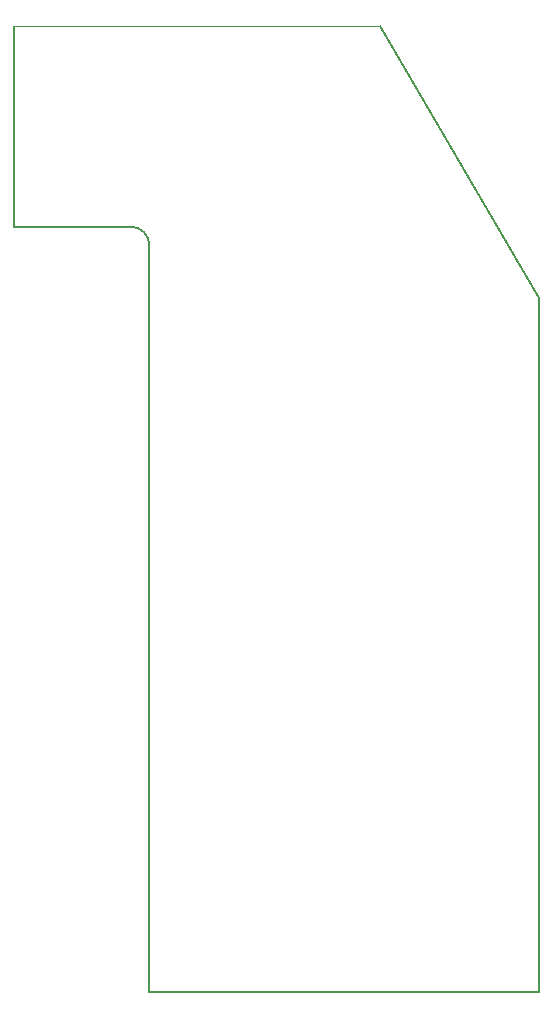
<source format=gbr>
%TF.GenerationSoftware,KiCad,Pcbnew,7.0.1*%
%TF.CreationDate,2023-04-22T13:02:42-08:00*%
%TF.ProjectId,AV COOL PANEL,41562043-4f4f-44c2-9050-414e454c2e6b,3*%
%TF.SameCoordinates,Original*%
%TF.FileFunction,Profile,NP*%
%FSLAX46Y46*%
G04 Gerber Fmt 4.6, Leading zero omitted, Abs format (unit mm)*
G04 Created by KiCad (PCBNEW 7.0.1) date 2023-04-22 13:02:42*
%MOMM*%
%LPD*%
G01*
G04 APERTURE LIST*
%TA.AperFunction,Profile*%
%ADD10C,0.200000*%
%TD*%
%TA.AperFunction,Profile*%
%ADD11C,0.050000*%
%TD*%
G04 APERTURE END LIST*
D10*
X253237954Y-57594524D02*
X239776000Y-34544000D01*
X253237954Y-116332041D02*
X253237954Y-57594524D01*
X220218019Y-53149510D02*
X220217935Y-116332041D01*
D11*
X239776000Y-34544000D02*
X208788000Y-34544000D01*
D10*
X220217889Y-116332041D02*
X253237954Y-116332041D01*
X220217990Y-53149510D02*
G75*
G03*
X218630519Y-51562010I-1587490J10D01*
G01*
X208787910Y-51562057D02*
X218630544Y-51562057D01*
X208788000Y-34544000D02*
X208787910Y-51562057D01*
M02*

</source>
